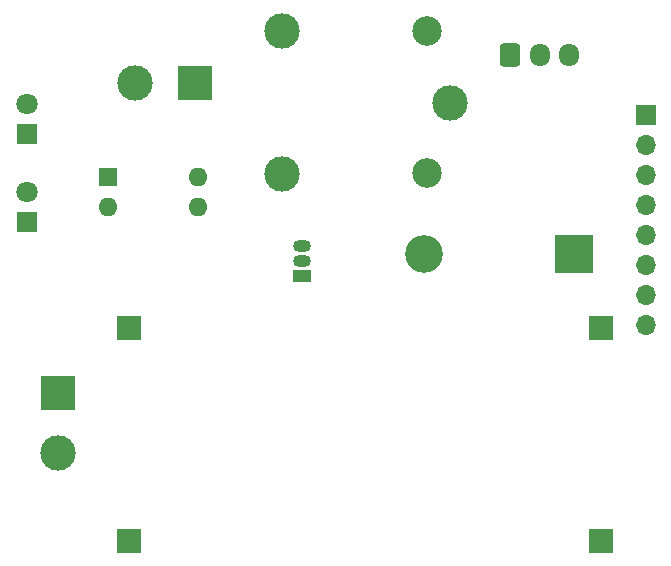
<source format=gbr>
%TF.GenerationSoftware,KiCad,Pcbnew,8.0.4*%
%TF.CreationDate,2024-11-13T12:07:51+05:30*%
%TF.ProjectId,cccccccc,63636363-6363-4636-932e-6b696361645f,rev?*%
%TF.SameCoordinates,Original*%
%TF.FileFunction,Soldermask,Bot*%
%TF.FilePolarity,Negative*%
%FSLAX46Y46*%
G04 Gerber Fmt 4.6, Leading zero omitted, Abs format (unit mm)*
G04 Created by KiCad (PCBNEW 8.0.4) date 2024-11-13 12:07:51*
%MOMM*%
%LPD*%
G01*
G04 APERTURE LIST*
G04 Aperture macros list*
%AMRoundRect*
0 Rectangle with rounded corners*
0 $1 Rounding radius*
0 $2 $3 $4 $5 $6 $7 $8 $9 X,Y pos of 4 corners*
0 Add a 4 corners polygon primitive as box body*
4,1,4,$2,$3,$4,$5,$6,$7,$8,$9,$2,$3,0*
0 Add four circle primitives for the rounded corners*
1,1,$1+$1,$2,$3*
1,1,$1+$1,$4,$5*
1,1,$1+$1,$6,$7*
1,1,$1+$1,$8,$9*
0 Add four rect primitives between the rounded corners*
20,1,$1+$1,$2,$3,$4,$5,0*
20,1,$1+$1,$4,$5,$6,$7,0*
20,1,$1+$1,$6,$7,$8,$9,0*
20,1,$1+$1,$8,$9,$2,$3,0*%
G04 Aperture macros list end*
%ADD10R,2.000000X2.000000*%
%ADD11R,1.800000X1.800000*%
%ADD12C,1.800000*%
%ADD13R,3.000000X3.000000*%
%ADD14C,3.000000*%
%ADD15C,2.500000*%
%ADD16RoundRect,0.250000X-0.600000X-0.725000X0.600000X-0.725000X0.600000X0.725000X-0.600000X0.725000X0*%
%ADD17O,1.700000X1.950000*%
%ADD18R,3.200000X3.200000*%
%ADD19O,3.200000X3.200000*%
%ADD20R,1.600000X1.600000*%
%ADD21O,1.600000X1.600000*%
%ADD22R,1.500000X1.050000*%
%ADD23O,1.500000X1.050000*%
%ADD24R,1.700000X1.700000*%
%ADD25O,1.700000X1.700000*%
G04 APERTURE END LIST*
D10*
%TO.C,U1*%
X168795000Y-97795000D03*
X168795000Y-79795000D03*
X128795000Y-97795000D03*
X128795000Y-79795000D03*
%TD*%
D11*
%TO.C,power*%
X120150000Y-63340000D03*
D12*
X120150000Y-60800000D03*
%TD*%
D11*
%TO.C,RL_S/g*%
X120150000Y-70840000D03*
D12*
X120150000Y-68300000D03*
%TD*%
D13*
%TO.C,Output_16v1*%
X134380000Y-59000000D03*
D14*
X129300000Y-59000000D03*
%TD*%
%TO.C,K1*%
X155960000Y-60720000D03*
D15*
X154010000Y-54670000D03*
D14*
X141810000Y-54670000D03*
X141760000Y-66720000D03*
D15*
X154010000Y-66670000D03*
%TD*%
D16*
%TO.C,IR_sensor1*%
X161100000Y-56630000D03*
D17*
X163600000Y-56630000D03*
X166100000Y-56630000D03*
%TD*%
D18*
%TO.C,D1*%
X166490000Y-73540000D03*
D19*
X153790000Y-73540000D03*
%TD*%
D20*
%TO.C,U3*%
X127080000Y-66975000D03*
D21*
X127080000Y-69515000D03*
X134700000Y-69515000D03*
X134700000Y-66975000D03*
%TD*%
D22*
%TO.C,Q1*%
X143482500Y-75390000D03*
D23*
X143482500Y-74120000D03*
X143482500Y-72850000D03*
%TD*%
D24*
%TO.C,J1*%
X172550000Y-61725000D03*
D25*
X172550000Y-64265000D03*
X172550000Y-66805000D03*
X172550000Y-69345000D03*
X172550000Y-71885000D03*
X172550000Y-74425000D03*
X172550000Y-76965000D03*
X172550000Y-79505000D03*
%TD*%
D13*
%TO.C,V_input1*%
X122810000Y-85260000D03*
D14*
X122810000Y-90340000D03*
%TD*%
M02*

</source>
